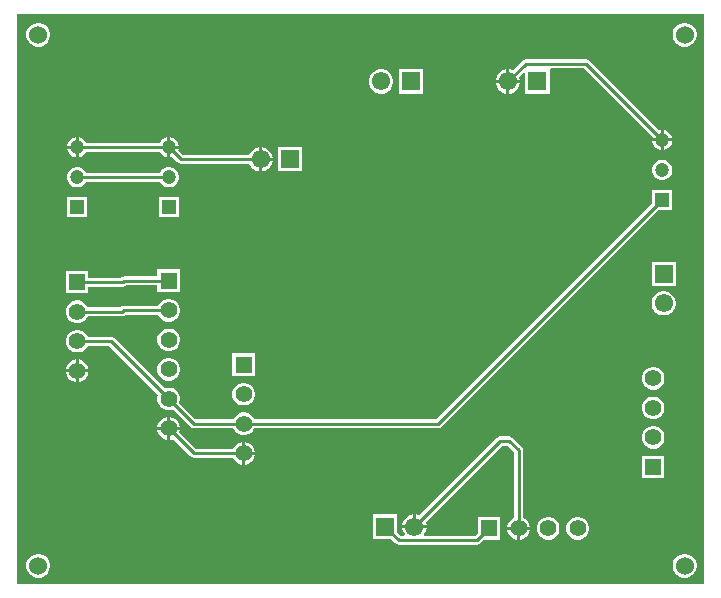
<source format=gbl>
G04*
G04 #@! TF.GenerationSoftware,Altium Limited,Altium Designer,23.1.1 (15)*
G04*
G04 Layer_Physical_Order=2*
G04 Layer_Color=16711680*
%FSLAX44Y44*%
%MOMM*%
G71*
G04*
G04 #@! TF.SameCoordinates,A958324D-6691-4423-B282-4C8B23E47DD7*
G04*
G04*
G04 #@! TF.FilePolarity,Positive*
G04*
G01*
G75*
%ADD16R,1.2000X1.2000*%
%ADD27C,1.4000*%
%ADD28R,1.4000X1.4000*%
%ADD29C,1.5500*%
%ADD30R,1.5500X1.5500*%
%ADD31R,1.4000X1.4000*%
%ADD32R,1.5500X1.5500*%
%ADD33C,1.2000*%
%ADD35C,0.2540*%
%ADD36C,1.5240*%
G36*
X1231900Y477520D02*
X650240D01*
Y960120D01*
X1231900D01*
Y477520D01*
D02*
G37*
%LPC*%
G36*
X1216728Y952500D02*
X1214052D01*
X1211468Y951808D01*
X1209152Y950470D01*
X1207260Y948578D01*
X1205922Y946262D01*
X1205230Y943678D01*
Y941002D01*
X1205922Y938418D01*
X1207260Y936102D01*
X1209152Y934210D01*
X1211468Y932872D01*
X1214052Y932180D01*
X1216728D01*
X1219312Y932872D01*
X1221628Y934210D01*
X1223520Y936102D01*
X1224858Y938418D01*
X1225550Y941002D01*
Y943678D01*
X1224858Y946262D01*
X1223520Y948578D01*
X1221628Y950470D01*
X1219312Y951808D01*
X1216728Y952500D01*
D02*
G37*
G36*
X669358D02*
X666682D01*
X664098Y951808D01*
X661782Y950470D01*
X659890Y948578D01*
X658552Y946262D01*
X657860Y943678D01*
Y941002D01*
X658552Y938418D01*
X659890Y936102D01*
X661782Y934210D01*
X664098Y932872D01*
X666682Y932180D01*
X669358D01*
X671942Y932872D01*
X674258Y934210D01*
X676150Y936102D01*
X677488Y938418D01*
X678180Y941002D01*
Y943678D01*
X677488Y946262D01*
X676150Y948578D01*
X674258Y950470D01*
X671942Y951808D01*
X669358Y952500D01*
D02*
G37*
G36*
X1064460Y913090D02*
X1064375D01*
X1061758Y912389D01*
X1059412Y911034D01*
X1057496Y909118D01*
X1056141Y906772D01*
X1055440Y904155D01*
Y904070D01*
X1064460D01*
Y913090D01*
D02*
G37*
G36*
X1076020Y901530D02*
X1067000D01*
Y892510D01*
X1067085D01*
X1069702Y893211D01*
X1072048Y894566D01*
X1073964Y896482D01*
X1075319Y898828D01*
X1076020Y901445D01*
Y901530D01*
D02*
G37*
G36*
X1064460D02*
X1055440D01*
Y901445D01*
X1056141Y898828D01*
X1057496Y896482D01*
X1059412Y894566D01*
X1061758Y893211D01*
X1064375Y892510D01*
X1064460D01*
Y901530D01*
D02*
G37*
G36*
X993705Y913090D02*
X973125D01*
Y892510D01*
X993705D01*
Y913090D01*
D02*
G37*
G36*
X959770D02*
X957060D01*
X954443Y912389D01*
X952097Y911034D01*
X950181Y909118D01*
X948826Y906772D01*
X948125Y904155D01*
Y901445D01*
X948826Y898828D01*
X950181Y896482D01*
X952097Y894566D01*
X954443Y893211D01*
X957060Y892510D01*
X959770D01*
X962387Y893211D01*
X964733Y894566D01*
X966649Y896482D01*
X968004Y898828D01*
X968705Y901445D01*
Y904155D01*
X968004Y906772D01*
X966649Y909118D01*
X964733Y911034D01*
X962387Y912389D01*
X959770Y913090D01*
D02*
G37*
G36*
X1197610Y861941D02*
Y854710D01*
X1204841D01*
X1204298Y856736D01*
X1203174Y858684D01*
X1201584Y860274D01*
X1199636Y861398D01*
X1197610Y861941D01*
D02*
G37*
G36*
X1132078Y921587D02*
X1080632D01*
X1079146Y921291D01*
X1077886Y920449D01*
X1069780Y912344D01*
X1069702Y912389D01*
X1067085Y913090D01*
X1067000D01*
Y904070D01*
X1076020D01*
Y904155D01*
X1075319Y906772D01*
X1075274Y906850D01*
X1079267Y910843D01*
X1080440Y910356D01*
Y892510D01*
X1101020D01*
Y913090D01*
X1101989Y913817D01*
X1130469D01*
X1188206Y856080D01*
X1187839Y854710D01*
X1195070D01*
Y861941D01*
X1193700Y861574D01*
X1134825Y920449D01*
X1133565Y921291D01*
X1132078Y921587D01*
D02*
G37*
G36*
X779780Y855591D02*
Y848360D01*
X787011D01*
X786468Y850386D01*
X785344Y852334D01*
X783754Y853924D01*
X781806Y855048D01*
X779780Y855591D01*
D02*
G37*
G36*
X699770D02*
X697744Y855048D01*
X695796Y853924D01*
X694206Y852334D01*
X693082Y850386D01*
X692539Y848360D01*
X699770D01*
Y855591D01*
D02*
G37*
G36*
X1204841Y852170D02*
X1197610D01*
Y844939D01*
X1199636Y845482D01*
X1201584Y846606D01*
X1203174Y848196D01*
X1204298Y850144D01*
X1204841Y852170D01*
D02*
G37*
G36*
X1195070D02*
X1187839D01*
X1188382Y850144D01*
X1189506Y848196D01*
X1191096Y846606D01*
X1193044Y845482D01*
X1195070Y844939D01*
Y852170D01*
D02*
G37*
G36*
X855110Y847220D02*
X855025D01*
X852408Y846519D01*
X850062Y845164D01*
X848146Y843248D01*
X846791Y840902D01*
X846768Y840815D01*
X790279D01*
X786644Y844450D01*
X787011Y845820D01*
X779780D01*
Y838589D01*
X781150Y838956D01*
X785923Y834183D01*
X787183Y833341D01*
X788670Y833045D01*
X846768D01*
X846791Y832958D01*
X848146Y830612D01*
X850062Y828696D01*
X852408Y827341D01*
X855025Y826640D01*
X855110D01*
Y836930D01*
Y847220D01*
D02*
G37*
G36*
X702310Y855591D02*
Y847090D01*
Y838589D01*
X704336Y839132D01*
X706284Y840256D01*
X707874Y841846D01*
X708658Y843205D01*
X770892D01*
X771676Y841846D01*
X773266Y840256D01*
X775214Y839132D01*
X777240Y838589D01*
Y847090D01*
Y855591D01*
X775214Y855048D01*
X773266Y853924D01*
X771676Y852334D01*
X770892Y850975D01*
X708658D01*
X707874Y852334D01*
X706284Y853924D01*
X704336Y855048D01*
X702310Y855591D01*
D02*
G37*
G36*
X699770Y845820D02*
X692539D01*
X693082Y843794D01*
X694206Y841846D01*
X695796Y840256D01*
X697744Y839132D01*
X699770Y838589D01*
Y845820D01*
D02*
G37*
G36*
X857735Y847220D02*
X857650D01*
Y838200D01*
X866670D01*
Y838285D01*
X865968Y840902D01*
X864614Y843248D01*
X862698Y845164D01*
X860352Y846519D01*
X857735Y847220D01*
D02*
G37*
G36*
X891670D02*
X871090D01*
Y826640D01*
X891670D01*
Y847220D01*
D02*
G37*
G36*
X866670Y835660D02*
X857650D01*
Y826640D01*
X857735D01*
X860352Y827341D01*
X862698Y828696D01*
X864614Y830612D01*
X865968Y832958D01*
X866670Y835575D01*
Y835660D01*
D02*
G37*
G36*
X779634Y830230D02*
X777386D01*
X775214Y829648D01*
X773266Y828524D01*
X771676Y826934D01*
X770892Y825575D01*
X708658D01*
X707874Y826934D01*
X706284Y828524D01*
X704336Y829648D01*
X702164Y830230D01*
X699916D01*
X697744Y829648D01*
X695796Y828524D01*
X694206Y826934D01*
X693082Y824986D01*
X692500Y822814D01*
Y820566D01*
X693082Y818394D01*
X694206Y816446D01*
X695796Y814856D01*
X697744Y813732D01*
X699916Y813150D01*
X702164D01*
X704336Y813732D01*
X706284Y814856D01*
X707874Y816446D01*
X708658Y817805D01*
X770892D01*
X771676Y816446D01*
X773266Y814856D01*
X775214Y813732D01*
X777386Y813150D01*
X779634D01*
X781806Y813732D01*
X783754Y814856D01*
X785344Y816446D01*
X786468Y818394D01*
X787050Y820566D01*
Y822814D01*
X786468Y824986D01*
X785344Y826934D01*
X783754Y828524D01*
X781806Y829648D01*
X779634Y830230D01*
D02*
G37*
G36*
X1197464Y836580D02*
X1195216D01*
X1193044Y835998D01*
X1191096Y834874D01*
X1189506Y833284D01*
X1188382Y831336D01*
X1187800Y829164D01*
Y826916D01*
X1188382Y824744D01*
X1189506Y822796D01*
X1191096Y821206D01*
X1193044Y820082D01*
X1195216Y819500D01*
X1197464D01*
X1199636Y820082D01*
X1201584Y821206D01*
X1203174Y822796D01*
X1204298Y824744D01*
X1204880Y826916D01*
Y829164D01*
X1204298Y831336D01*
X1203174Y833284D01*
X1201584Y834874D01*
X1199636Y835998D01*
X1197464Y836580D01*
D02*
G37*
G36*
X787050Y804830D02*
X769970D01*
Y787750D01*
X787050D01*
Y804830D01*
D02*
G37*
G36*
X709580D02*
X692500D01*
Y787750D01*
X709580D01*
Y804830D01*
D02*
G37*
G36*
X788050Y743600D02*
X768970D01*
Y737945D01*
X741102D01*
X739615Y737649D01*
X738355Y736807D01*
X738293Y736745D01*
X710580D01*
Y742400D01*
X691500D01*
Y723320D01*
X710580D01*
Y728976D01*
X739902D01*
X741389Y729271D01*
X742649Y730113D01*
X742711Y730175D01*
X768970D01*
Y724520D01*
X788050D01*
Y743600D01*
D02*
G37*
G36*
X1207900Y750300D02*
X1187320D01*
Y729720D01*
X1207900D01*
Y750300D01*
D02*
G37*
G36*
X779766Y718600D02*
X777254D01*
X774828Y717950D01*
X772652Y716694D01*
X770876Y714918D01*
X769737Y712944D01*
X740340D01*
X738853Y712649D01*
X737593Y711807D01*
X737531Y711745D01*
X709813D01*
X708674Y713718D01*
X706898Y715494D01*
X704722Y716750D01*
X702296Y717400D01*
X699784D01*
X697358Y716750D01*
X695182Y715494D01*
X693406Y713718D01*
X692150Y711542D01*
X691500Y709116D01*
Y706604D01*
X692150Y704178D01*
X693406Y702002D01*
X695182Y700226D01*
X697358Y698970D01*
X699784Y698320D01*
X702296D01*
X704722Y698970D01*
X706898Y700226D01*
X708674Y702002D01*
X709813Y703975D01*
X739140D01*
X740627Y704271D01*
X741887Y705113D01*
X741949Y705175D01*
X769737D01*
X770876Y703202D01*
X772652Y701426D01*
X774828Y700170D01*
X777254Y699520D01*
X779766D01*
X782192Y700170D01*
X784368Y701426D01*
X786144Y703202D01*
X787400Y705378D01*
X788050Y707804D01*
Y710316D01*
X787400Y712742D01*
X786144Y714918D01*
X784368Y716694D01*
X782192Y717950D01*
X779766Y718600D01*
D02*
G37*
G36*
X1198965Y725300D02*
X1196255D01*
X1193638Y724599D01*
X1191292Y723244D01*
X1189376Y721328D01*
X1188021Y718982D01*
X1187320Y716365D01*
Y713655D01*
X1188021Y711038D01*
X1189376Y708692D01*
X1191292Y706776D01*
X1193638Y705421D01*
X1196255Y704720D01*
X1198965D01*
X1201582Y705421D01*
X1203928Y706776D01*
X1205844Y708692D01*
X1207199Y711038D01*
X1207900Y713655D01*
Y716365D01*
X1207199Y718982D01*
X1205844Y721328D01*
X1203928Y723244D01*
X1201582Y724599D01*
X1198965Y725300D01*
D02*
G37*
G36*
X779766Y693600D02*
X777254D01*
X774828Y692950D01*
X772652Y691694D01*
X770876Y689918D01*
X769620Y687742D01*
X768970Y685316D01*
Y682804D01*
X769620Y680378D01*
X770876Y678202D01*
X772652Y676426D01*
X774828Y675170D01*
X777254Y674520D01*
X779766D01*
X782192Y675170D01*
X784368Y676426D01*
X786144Y678202D01*
X787400Y680378D01*
X788050Y682804D01*
Y685316D01*
X787400Y687742D01*
X786144Y689918D01*
X784368Y691694D01*
X782192Y692950D01*
X779766Y693600D01*
D02*
G37*
G36*
X702310Y667396D02*
Y659130D01*
X710576D01*
X709930Y661542D01*
X708674Y663718D01*
X706898Y665494D01*
X704722Y666750D01*
X702310Y667396D01*
D02*
G37*
G36*
X699770D02*
X697358Y666750D01*
X695182Y665494D01*
X693406Y663718D01*
X692150Y661542D01*
X691504Y659130D01*
X699770D01*
Y667396D01*
D02*
G37*
G36*
X851550Y672550D02*
X832470D01*
Y653470D01*
X851550D01*
Y672550D01*
D02*
G37*
G36*
X779766Y668600D02*
X777254D01*
X774828Y667950D01*
X772652Y666694D01*
X770876Y664918D01*
X769620Y662742D01*
X768970Y660316D01*
Y657804D01*
X769620Y655378D01*
X770876Y653202D01*
X772652Y651426D01*
X774828Y650170D01*
X777254Y649520D01*
X779766D01*
X782192Y650170D01*
X784368Y651426D01*
X786144Y653202D01*
X787400Y655378D01*
X788050Y657804D01*
Y660316D01*
X787400Y662742D01*
X786144Y664918D01*
X784368Y666694D01*
X782192Y667950D01*
X779766Y668600D01*
D02*
G37*
G36*
X710576Y656590D02*
X702310D01*
Y648324D01*
X704722Y648970D01*
X706898Y650226D01*
X708674Y652002D01*
X709930Y654178D01*
X710576Y656590D01*
D02*
G37*
G36*
X699770D02*
X691504D01*
X692150Y654178D01*
X693406Y652002D01*
X695182Y650226D01*
X697358Y648970D01*
X699770Y648324D01*
Y656590D01*
D02*
G37*
G36*
X1189976Y661050D02*
X1187464D01*
X1185038Y660400D01*
X1182862Y659144D01*
X1181086Y657368D01*
X1179830Y655192D01*
X1179180Y652766D01*
Y650254D01*
X1179830Y647828D01*
X1181086Y645652D01*
X1182862Y643876D01*
X1185038Y642620D01*
X1187464Y641970D01*
X1189976D01*
X1192402Y642620D01*
X1194578Y643876D01*
X1196354Y645652D01*
X1197610Y647828D01*
X1198260Y650254D01*
Y652766D01*
X1197610Y655192D01*
X1196354Y657368D01*
X1194578Y659144D01*
X1192402Y660400D01*
X1189976Y661050D01*
D02*
G37*
G36*
X843266Y647550D02*
X840754D01*
X838328Y646900D01*
X836152Y645644D01*
X834376Y643868D01*
X833120Y641692D01*
X832470Y639266D01*
Y636754D01*
X833120Y634328D01*
X834376Y632152D01*
X836152Y630376D01*
X838328Y629120D01*
X840754Y628470D01*
X843266D01*
X845692Y629120D01*
X847868Y630376D01*
X849644Y632152D01*
X850900Y634328D01*
X851550Y636754D01*
Y639266D01*
X850900Y641692D01*
X849644Y643868D01*
X847868Y645644D01*
X845692Y646900D01*
X843266Y647550D01*
D02*
G37*
G36*
X1189976Y636050D02*
X1187464D01*
X1185038Y635400D01*
X1182862Y634144D01*
X1181086Y632368D01*
X1179830Y630192D01*
X1179180Y627766D01*
Y625254D01*
X1179830Y622827D01*
X1181086Y620652D01*
X1182862Y618876D01*
X1185038Y617620D01*
X1187464Y616970D01*
X1189976D01*
X1192402Y617620D01*
X1194578Y618876D01*
X1196354Y620652D01*
X1197610Y622827D01*
X1198260Y625254D01*
Y627766D01*
X1197610Y630192D01*
X1196354Y632368D01*
X1194578Y634144D01*
X1192402Y635400D01*
X1189976Y636050D01*
D02*
G37*
G36*
X1204880Y811180D02*
X1187800D01*
Y799594D01*
X1005101Y616895D01*
X850783D01*
X849644Y618868D01*
X847868Y620644D01*
X845692Y621900D01*
X843266Y622550D01*
X840754D01*
X838328Y621900D01*
X836152Y620644D01*
X834376Y618868D01*
X833237Y616895D01*
X801169D01*
X787460Y630604D01*
X788050Y632804D01*
Y635316D01*
X787400Y637743D01*
X786144Y639918D01*
X784368Y641694D01*
X782192Y642950D01*
X779766Y643600D01*
X777254D01*
X775053Y643010D01*
X732457Y685607D01*
X731197Y686449D01*
X729710Y686745D01*
X709813D01*
X708674Y688718D01*
X706898Y690494D01*
X704722Y691750D01*
X702296Y692400D01*
X699784D01*
X697358Y691750D01*
X695182Y690494D01*
X693406Y688718D01*
X692150Y686543D01*
X691500Y684116D01*
Y681604D01*
X692150Y679178D01*
X693406Y677002D01*
X695182Y675226D01*
X697358Y673970D01*
X699784Y673320D01*
X702296D01*
X704722Y673970D01*
X706898Y675226D01*
X708674Y677002D01*
X709813Y678976D01*
X728101D01*
X769560Y637517D01*
X768970Y635316D01*
Y632804D01*
X769620Y630378D01*
X770876Y628203D01*
X772652Y626426D01*
X774828Y625170D01*
X777254Y624520D01*
X779766D01*
X781967Y625110D01*
X796813Y610263D01*
X798073Y609421D01*
X799560Y609126D01*
X833237D01*
X834376Y607152D01*
X836152Y605376D01*
X838328Y604120D01*
X840754Y603470D01*
X843266D01*
X845692Y604120D01*
X847868Y605376D01*
X849644Y607152D01*
X850783Y609126D01*
X1006710D01*
X1008197Y609421D01*
X1009457Y610263D01*
X1193294Y794100D01*
X1204880D01*
Y811180D01*
D02*
G37*
G36*
X779780Y618596D02*
Y610330D01*
X788046D01*
X787400Y612742D01*
X786144Y614918D01*
X784368Y616694D01*
X782192Y617950D01*
X779780Y618596D01*
D02*
G37*
G36*
X777240D02*
X774828Y617950D01*
X772652Y616694D01*
X770876Y614918D01*
X769620Y612742D01*
X768974Y610330D01*
X777240D01*
Y618596D01*
D02*
G37*
G36*
Y607790D02*
X768974D01*
X769620Y605378D01*
X770876Y603202D01*
X772652Y601426D01*
X774828Y600170D01*
X777240Y599524D01*
Y607790D01*
D02*
G37*
G36*
X1189976Y611050D02*
X1187464D01*
X1185038Y610400D01*
X1182862Y609144D01*
X1181086Y607368D01*
X1179830Y605192D01*
X1179180Y602766D01*
Y600254D01*
X1179830Y597828D01*
X1181086Y595652D01*
X1182862Y593876D01*
X1185038Y592620D01*
X1187464Y591970D01*
X1189976D01*
X1192402Y592620D01*
X1194578Y593876D01*
X1196354Y595652D01*
X1197610Y597828D01*
X1198260Y600254D01*
Y602766D01*
X1197610Y605192D01*
X1196354Y607368D01*
X1194578Y609144D01*
X1192402Y610400D01*
X1189976Y611050D01*
D02*
G37*
G36*
X843280Y597546D02*
Y589280D01*
X851546D01*
X850900Y591692D01*
X849644Y593868D01*
X847868Y595644D01*
X845692Y596900D01*
X843280Y597546D01*
D02*
G37*
G36*
X851546Y586740D02*
X843280D01*
Y578474D01*
X845692Y579120D01*
X847868Y580376D01*
X849644Y582152D01*
X850900Y584328D01*
X851546Y586740D01*
D02*
G37*
G36*
X788046Y607790D02*
X779780D01*
Y599524D01*
X781967Y600110D01*
X796813Y585263D01*
X798073Y584421D01*
X799560Y584125D01*
X833237D01*
X834376Y582152D01*
X836152Y580376D01*
X838328Y579120D01*
X840740Y578474D01*
Y588010D01*
Y597546D01*
X838328Y596900D01*
X836152Y595644D01*
X834376Y593868D01*
X833237Y591895D01*
X801169D01*
X787460Y605603D01*
X788046Y607790D01*
D02*
G37*
G36*
X1198260Y586050D02*
X1179180D01*
Y566970D01*
X1198260D01*
Y586050D01*
D02*
G37*
G36*
X985320Y536240D02*
X985235D01*
X982618Y535539D01*
X980272Y534184D01*
X978356Y532268D01*
X977001Y529922D01*
X976300Y527305D01*
Y527220D01*
X985320D01*
Y536240D01*
D02*
G37*
G36*
X1066800Y602300D02*
X1059055D01*
X1057569Y602005D01*
X1056309Y601163D01*
X990640Y535494D01*
X990562Y535539D01*
X987945Y536240D01*
X987860D01*
Y527220D01*
X996880D01*
Y527305D01*
X996179Y529922D01*
X996133Y530000D01*
X1060665Y594531D01*
X1065191D01*
X1070935Y588787D01*
Y533283D01*
X1068962Y532144D01*
X1067186Y530368D01*
X1065930Y528192D01*
X1065284Y525780D01*
X1074820D01*
X1084356D01*
X1083710Y528192D01*
X1082454Y530368D01*
X1080677Y532144D01*
X1078704Y533283D01*
Y590396D01*
X1078409Y591883D01*
X1077567Y593143D01*
X1069547Y601163D01*
X1068287Y602005D01*
X1066800Y602300D01*
D02*
G37*
G36*
X1084356Y523240D02*
X1076090D01*
Y514974D01*
X1078502Y515620D01*
X1080677Y516876D01*
X1082454Y518652D01*
X1083710Y520828D01*
X1084356Y523240D01*
D02*
G37*
G36*
X1073550D02*
X1065284D01*
X1065930Y520828D01*
X1067186Y518652D01*
X1068962Y516876D01*
X1071137Y515620D01*
X1073550Y514974D01*
Y523240D01*
D02*
G37*
G36*
X1126076Y534050D02*
X1123564D01*
X1121138Y533400D01*
X1118962Y532144D01*
X1117186Y530368D01*
X1115930Y528192D01*
X1115280Y525766D01*
Y523254D01*
X1115930Y520828D01*
X1117186Y518652D01*
X1118962Y516876D01*
X1121138Y515620D01*
X1123564Y514970D01*
X1126076D01*
X1128503Y515620D01*
X1130678Y516876D01*
X1132454Y518652D01*
X1133710Y520828D01*
X1134360Y523254D01*
Y525766D01*
X1133710Y528192D01*
X1132454Y530368D01*
X1130678Y532144D01*
X1128503Y533400D01*
X1126076Y534050D01*
D02*
G37*
G36*
X1101076D02*
X1098564D01*
X1096138Y533400D01*
X1093962Y532144D01*
X1092186Y530368D01*
X1090930Y528192D01*
X1090280Y525766D01*
Y523254D01*
X1090930Y520828D01*
X1092186Y518652D01*
X1093962Y516876D01*
X1096138Y515620D01*
X1098564Y514970D01*
X1101076D01*
X1103502Y515620D01*
X1105678Y516876D01*
X1107454Y518652D01*
X1108710Y520828D01*
X1109360Y523254D01*
Y525766D01*
X1108710Y528192D01*
X1107454Y530368D01*
X1105678Y532144D01*
X1103502Y533400D01*
X1101076Y534050D01*
D02*
G37*
G36*
X971880Y536240D02*
X951300D01*
Y515660D01*
X966386D01*
X970443Y511603D01*
X971704Y510761D01*
X973190Y510465D01*
X1039660D01*
X1041147Y510761D01*
X1042407Y511603D01*
X1045774Y514970D01*
X1059360D01*
Y534050D01*
X1040280D01*
Y520464D01*
X1038051Y518235D01*
X995086D01*
X994600Y519408D01*
X994824Y519632D01*
X996179Y521978D01*
X996880Y524595D01*
Y524680D01*
X976300D01*
Y524595D01*
X977001Y521978D01*
X978356Y519632D01*
X978580Y519408D01*
X978094Y518235D01*
X974799D01*
X971880Y521154D01*
Y536240D01*
D02*
G37*
G36*
X1216728Y502920D02*
X1214052D01*
X1211468Y502228D01*
X1209152Y500890D01*
X1207260Y498998D01*
X1205922Y496682D01*
X1205230Y494098D01*
Y491422D01*
X1205922Y488838D01*
X1207260Y486522D01*
X1209152Y484630D01*
X1211468Y483292D01*
X1214052Y482600D01*
X1216728D01*
X1219312Y483292D01*
X1221628Y484630D01*
X1223520Y486522D01*
X1224858Y488838D01*
X1225550Y491422D01*
Y494098D01*
X1224858Y496682D01*
X1223520Y498998D01*
X1221628Y500890D01*
X1219312Y502228D01*
X1216728Y502920D01*
D02*
G37*
G36*
X669358D02*
X666682D01*
X664098Y502228D01*
X661782Y500890D01*
X659890Y498998D01*
X658552Y496682D01*
X657860Y494098D01*
Y491422D01*
X658552Y488838D01*
X659890Y486522D01*
X661782Y484630D01*
X664098Y483292D01*
X666682Y482600D01*
X669358D01*
X671942Y483292D01*
X674258Y484630D01*
X676150Y486522D01*
X677488Y488838D01*
X678180Y491422D01*
Y494098D01*
X677488Y496682D01*
X676150Y498998D01*
X674258Y500890D01*
X671942Y502228D01*
X669358Y502920D01*
D02*
G37*
%LPD*%
D16*
X1196340Y802640D02*
D03*
X778510Y796290D02*
D03*
X701040D02*
D03*
D27*
Y657860D02*
D03*
Y682860D02*
D03*
Y707860D02*
D03*
X842010Y588010D02*
D03*
Y613010D02*
D03*
Y638010D02*
D03*
X1124820Y524510D02*
D03*
X1099820D02*
D03*
X1074820D02*
D03*
X1188720Y651510D02*
D03*
Y626510D02*
D03*
Y601510D02*
D03*
X778510Y609060D02*
D03*
Y634060D02*
D03*
Y659060D02*
D03*
Y684060D02*
D03*
Y709060D02*
D03*
D28*
X701040Y732860D02*
D03*
X842010Y663010D02*
D03*
X1188720Y576510D02*
D03*
X778510Y734060D02*
D03*
D29*
X986590Y525950D02*
D03*
X1197610Y715010D02*
D03*
X1065730Y902800D02*
D03*
X958415D02*
D03*
X856380Y836930D02*
D03*
D30*
X961590Y525950D02*
D03*
X1090730Y902800D02*
D03*
X983415D02*
D03*
X881380Y836930D02*
D03*
D31*
X1049820Y524510D02*
D03*
D32*
X1197610Y740010D02*
D03*
D33*
X1196340Y853440D02*
D03*
Y828040D02*
D03*
X778510Y847090D02*
D03*
Y821690D02*
D03*
X701040Y847090D02*
D03*
Y821690D02*
D03*
D35*
X799560Y613010D02*
X842010D01*
X778510Y634060D02*
X799560Y613010D01*
X1039660Y514350D02*
X1049820Y524510D01*
X973190Y514350D02*
X1039660D01*
X961590Y525950D02*
X973190Y514350D01*
X788670Y836930D02*
X856380D01*
X778510Y847090D02*
X788670Y836930D01*
X799560Y588010D02*
X842010D01*
X778510Y609060D02*
X799560Y588010D01*
X741102Y734060D02*
X778510D01*
X739902Y732860D02*
X741102Y734060D01*
X701040Y732860D02*
X739902D01*
X1006710Y613010D02*
X1196340Y802640D01*
X842010Y613010D02*
X1006710D01*
X1065730Y902800D02*
X1080632Y917702D01*
X1132078D01*
X1196340Y853440D01*
X729710Y682860D02*
X778510Y634060D01*
X701040Y682860D02*
X729710D01*
X1074820Y524510D02*
Y590396D01*
X1066800Y598416D02*
X1074820Y590396D01*
X1059055Y598416D02*
X1066800D01*
X986590Y525950D02*
X1059055Y598416D01*
X701040Y847090D02*
X778510D01*
X740340Y709060D02*
X778510D01*
X739140Y707860D02*
X740340Y709060D01*
X701040Y707860D02*
X739140D01*
X701040Y821690D02*
X778510D01*
D36*
X668020Y942340D02*
D03*
Y492760D02*
D03*
X1215390Y942340D02*
D03*
Y492760D02*
D03*
M02*

</source>
